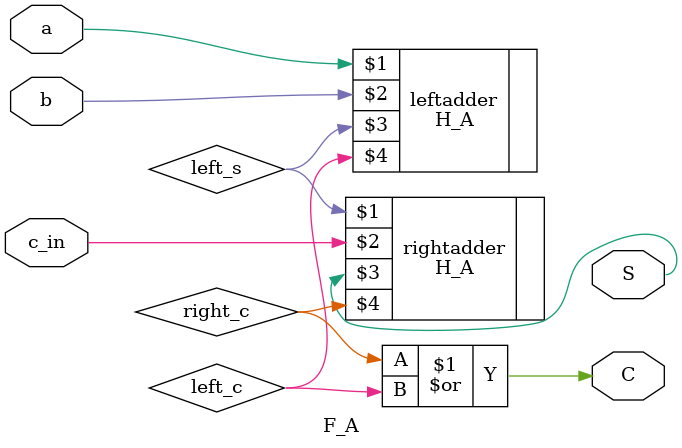
<source format=v>
`timescale 1ns / 1ps


module F_A(a,b,c_in,S,C);
input a,b,c_in;
output S,C;
wire left_s,left_c,right_c;
//a,b,S,C for half adder
H_A leftadder(a,b,left_s,left_c);
H_A rightadder(left_s,c_in,S,right_c);
or(C,right_c,left_c);
endmodule

</source>
